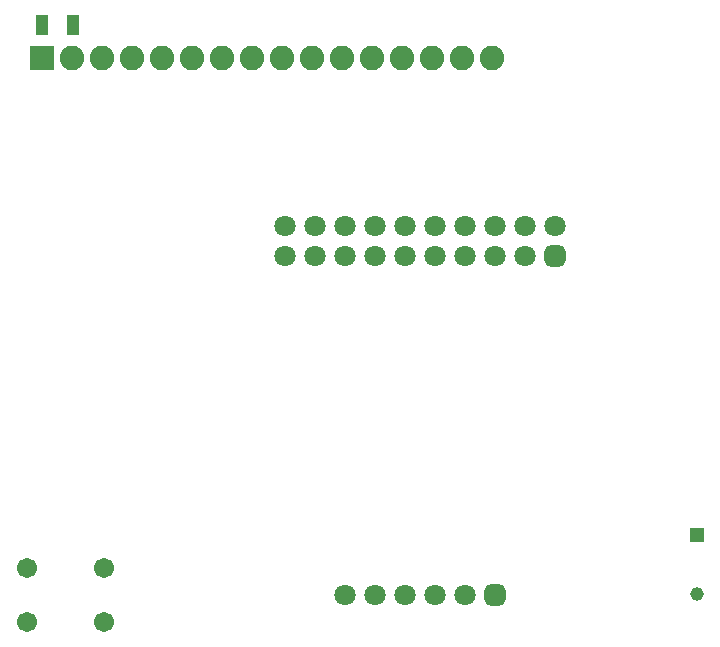
<source format=gbs>
%FSTAX23Y23*%
%MOIN*%
%SFA1B1*%

%IPPOS*%
%AMD18*
4,1,8,-0.015700,-0.035500,0.015700,-0.035500,0.035500,-0.015700,0.035500,0.015700,0.015700,0.035500,-0.015700,0.035500,-0.035500,0.015700,-0.035500,-0.015700,-0.015700,-0.035500,0.0*
1,1,0.039500,-0.015700,-0.015700*
1,1,0.039500,0.015700,-0.015700*
1,1,0.039500,0.015700,0.015700*
1,1,0.039500,-0.015700,0.015700*
%
%ADD14C,0.045280*%
%ADD15R,0.045280X0.045280*%
%ADD16C,0.067060*%
%ADD17C,0.070990*%
G04~CAMADD=18~8~0.0~0.0~709.9~709.9~197.5~0.0~15~0.0~0.0~0.0~0.0~0~0.0~0.0~0.0~0.0~0~0.0~0.0~0.0~180.0~710.0~710.0*
%ADD18D18*%
%ADD19R,0.082000X0.082000*%
%ADD20C,0.082000*%
%ADD28R,0.043520X0.065280*%
%LNpcb_front-1*%
%LPD*%
G54D14*
X0289Y00791D03*
G54D15*
X0289Y00988D03*
G54D16*
X00915Y00698D03*
Y00875D03*
X00659Y00698D03*
Y00875D03*
G54D17*
X01818Y02018D03*
Y01918D03*
X01918Y02018D03*
X02018D03*
X01918Y01918D03*
X02018D03*
X02118Y02018D03*
Y01918D03*
X02218Y02018D03*
Y01918D03*
X02318Y02018D03*
Y01918D03*
X02418Y02018D03*
X01718Y01918D03*
X01618D03*
X01518D03*
X01718Y02018D03*
X01618D03*
X01518D03*
X01718Y00787D03*
X01818D03*
X02018D03*
X02118D03*
X01918D03*
G54D18*
X02418Y01918D03*
X02218Y00787D03*
G54D19*
X00708Y02578D03*
G54D20*
X00808Y02578D03*
X00908D03*
X01008D03*
X01108D03*
X01208D03*
X01308D03*
X01408D03*
X01508D03*
X01608D03*
X01708D03*
X01808D03*
X01908D03*
X02008D03*
X02108D03*
X02208D03*
G54D28*
X0081Y02685D03*
X00709D03*
M02*
</source>
